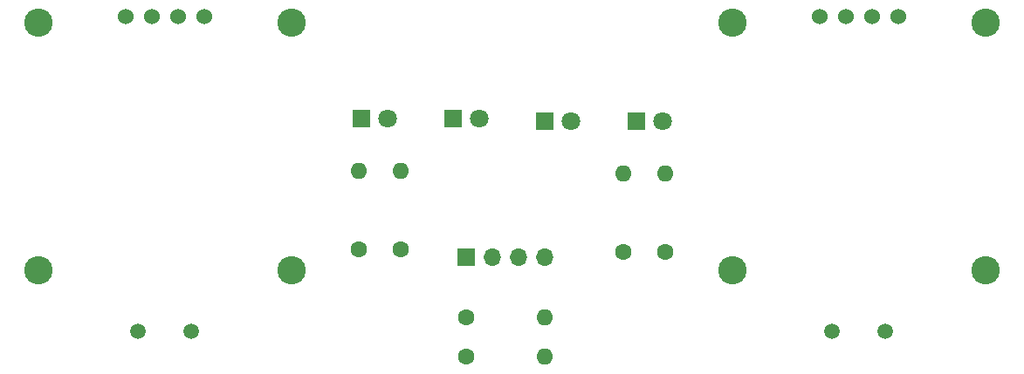
<source format=gbr>
%TF.GenerationSoftware,KiCad,Pcbnew,(6.0.5)*%
%TF.CreationDate,2022-08-06T13:23:44-04:00*%
%TF.ProjectId,RICM Greenpower Instrument Cluster,5249434d-2047-4726-9565-6e706f776572,rev?*%
%TF.SameCoordinates,Original*%
%TF.FileFunction,Soldermask,Top*%
%TF.FilePolarity,Negative*%
%FSLAX46Y46*%
G04 Gerber Fmt 4.6, Leading zero omitted, Abs format (unit mm)*
G04 Created by KiCad (PCBNEW (6.0.5)) date 2022-08-06 13:23:44*
%MOMM*%
%LPD*%
G01*
G04 APERTURE LIST*
%ADD10C,1.500000*%
%ADD11C,1.600000*%
%ADD12O,1.600000X1.600000*%
%ADD13R,1.800000X1.800000*%
%ADD14C,1.800000*%
%ADD15R,1.700000X1.700000*%
%ADD16O,1.700000X1.700000*%
%ADD17C,2.750000*%
%ADD18C,1.524000*%
G04 APERTURE END LIST*
D10*
%TO.C,SW2*%
X83846600Y-30516000D03*
X78690400Y-30516000D03*
%TD*%
D11*
%TO.C,R3*%
X36830000Y-22606000D03*
D12*
X36830000Y-14986000D03*
%TD*%
D13*
%TO.C,D3*%
X41910000Y-9875000D03*
D14*
X44450000Y-9875000D03*
%TD*%
D10*
%TO.C,SW1*%
X16536600Y-30516000D03*
X11380400Y-30516000D03*
%TD*%
D13*
%TO.C,D1*%
X59690000Y-10160000D03*
D14*
X62230000Y-10160000D03*
%TD*%
D15*
%TO.C,J1*%
X43190000Y-23360000D03*
D16*
X45730000Y-23360000D03*
X48270000Y-23360000D03*
X50810000Y-23360000D03*
%TD*%
D11*
%TO.C,R1*%
X62484000Y-22860000D03*
D12*
X62484000Y-15240000D03*
%TD*%
D13*
%TO.C,D2*%
X50800000Y-10160000D03*
D14*
X53340000Y-10160000D03*
%TD*%
D11*
%TO.C,R6*%
X43180000Y-29210000D03*
D12*
X50800000Y-29210000D03*
%TD*%
D17*
%TO.C,DS2*%
X1720000Y-24605000D03*
X26220000Y-605000D03*
X26220000Y-24605000D03*
X1720000Y-605000D03*
D18*
X10160000Y65000D03*
X12700000Y65000D03*
X15240000Y65000D03*
X17780000Y65000D03*
%TD*%
D11*
%TO.C,R4*%
X32766000Y-22606000D03*
D12*
X32766000Y-14986000D03*
%TD*%
D11*
%TO.C,R2*%
X58420000Y-22860000D03*
D12*
X58420000Y-15240000D03*
%TD*%
D11*
%TO.C,R5*%
X43180000Y-33020000D03*
D12*
X50800000Y-33020000D03*
%TD*%
D17*
%TO.C,DS1*%
X69030000Y-605000D03*
X93530000Y-605000D03*
X93530000Y-24605000D03*
X69030000Y-24605000D03*
D18*
X77470000Y65000D03*
X80010000Y65000D03*
X82550000Y65000D03*
X85090000Y65000D03*
%TD*%
D13*
%TO.C,D4*%
X33020000Y-9875000D03*
D14*
X35560000Y-9875000D03*
%TD*%
M02*

</source>
